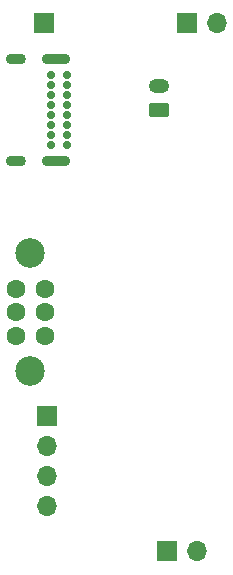
<source format=gbr>
%TF.GenerationSoftware,KiCad,Pcbnew,(6.0.7)*%
%TF.CreationDate,2022-10-01T16:55:56-07:00*%
%TF.ProjectId,dso150_mod,64736f31-3530-45f6-9d6f-642e6b696361,1.0*%
%TF.SameCoordinates,Original*%
%TF.FileFunction,Soldermask,Bot*%
%TF.FilePolarity,Negative*%
%FSLAX46Y46*%
G04 Gerber Fmt 4.6, Leading zero omitted, Abs format (unit mm)*
G04 Created by KiCad (PCBNEW (6.0.7)) date 2022-10-01 16:55:56*
%MOMM*%
%LPD*%
G01*
G04 APERTURE LIST*
G04 Aperture macros list*
%AMRoundRect*
0 Rectangle with rounded corners*
0 $1 Rounding radius*
0 $2 $3 $4 $5 $6 $7 $8 $9 X,Y pos of 4 corners*
0 Add a 4 corners polygon primitive as box body*
4,1,4,$2,$3,$4,$5,$6,$7,$8,$9,$2,$3,0*
0 Add four circle primitives for the rounded corners*
1,1,$1+$1,$2,$3*
1,1,$1+$1,$4,$5*
1,1,$1+$1,$6,$7*
1,1,$1+$1,$8,$9*
0 Add four rect primitives between the rounded corners*
20,1,$1+$1,$2,$3,$4,$5,0*
20,1,$1+$1,$4,$5,$6,$7,0*
20,1,$1+$1,$6,$7,$8,$9,0*
20,1,$1+$1,$8,$9,$2,$3,0*%
G04 Aperture macros list end*
%ADD10R,1.700000X1.700000*%
%ADD11O,1.700000X1.700000*%
%ADD12RoundRect,0.250000X0.625000X-0.350000X0.625000X0.350000X-0.625000X0.350000X-0.625000X-0.350000X0*%
%ADD13O,1.750000X1.200000*%
%ADD14C,2.500000*%
%ADD15C,1.600000*%
%ADD16C,0.700000*%
%ADD17O,2.400000X0.900000*%
%ADD18O,1.700000X0.900000*%
G04 APERTURE END LIST*
D10*
%TO.C,J2*%
X155443000Y-75692000D03*
D11*
X157983000Y-75692000D03*
%TD*%
D12*
%TO.C,J3*%
X152998000Y-83042000D03*
D13*
X152998000Y-81042000D03*
%TD*%
D14*
%TO.C,SW1*%
X142113000Y-95171000D03*
X142113000Y-105171000D03*
D15*
X143383000Y-98171000D03*
X143383000Y-100171000D03*
X143383000Y-102171000D03*
X140883000Y-98171000D03*
X140883000Y-100171000D03*
X140883000Y-102171000D03*
%TD*%
D16*
%TO.C,J1*%
X145249000Y-80083000D03*
X145249000Y-80933000D03*
X145249000Y-81783000D03*
X145249000Y-82633000D03*
X145249000Y-83483000D03*
X145249000Y-84333000D03*
X145249000Y-85183000D03*
X145249000Y-86033000D03*
X143899000Y-86033000D03*
X143899000Y-85183000D03*
X143899000Y-84333000D03*
X143899000Y-83483000D03*
X143899000Y-82633000D03*
X143899000Y-81783000D03*
X143899000Y-80933000D03*
X143899000Y-80083000D03*
D17*
X144269000Y-87383000D03*
D18*
X140889000Y-78733000D03*
X140889000Y-87383000D03*
D17*
X144269000Y-78733000D03*
%TD*%
D10*
%TO.C,J6*%
X143256000Y-75692000D03*
%TD*%
%TO.C,J4*%
X153670000Y-120396000D03*
D11*
X156210000Y-120396000D03*
%TD*%
D10*
%TO.C,J5*%
X143510000Y-108976000D03*
D11*
X143510000Y-111516000D03*
X143510000Y-114056000D03*
X143510000Y-116596000D03*
%TD*%
M02*

</source>
